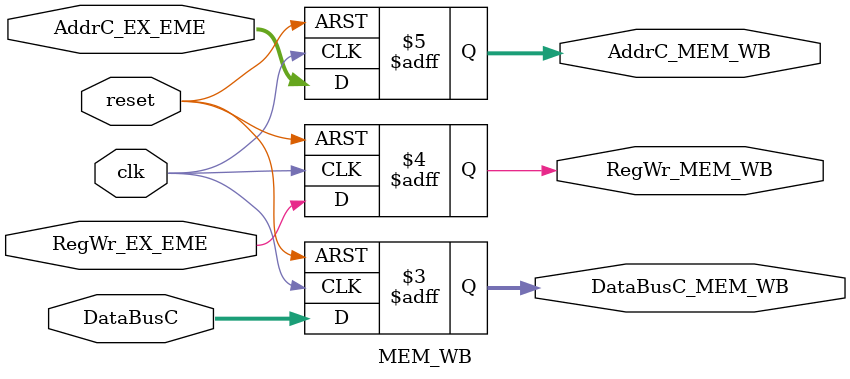
<source format=v>
module MEM_WB(reset,clk,DataBusC,DataBusC_MEM_WB,RegWr_EX_EME,RegWr_MEM_WB,AddrC_EX_EME,AddrC_MEM_WB);
input reset,clk;
input [31:0]DataBusC;
output reg [31:0]DataBusC_MEM_WB;
input RegWr_EX_EME;
output reg RegWr_MEM_WB;
input [4:0]AddrC_EX_EME;
output reg [4:0]AddrC_MEM_WB;

always @(negedge reset or posedge clk)
begin
  if(~reset)
    begin
      DataBusC_MEM_WB<=32'b0;
      RegWr_MEM_WB<=0;
      AddrC_MEM_WB<=5'b0;
    end
  else
    begin
      DataBusC_MEM_WB<=DataBusC;
      RegWr_MEM_WB<=RegWr_EX_EME;
      AddrC_MEM_WB<=AddrC_EX_EME;
    end
  end
endmodule

</source>
